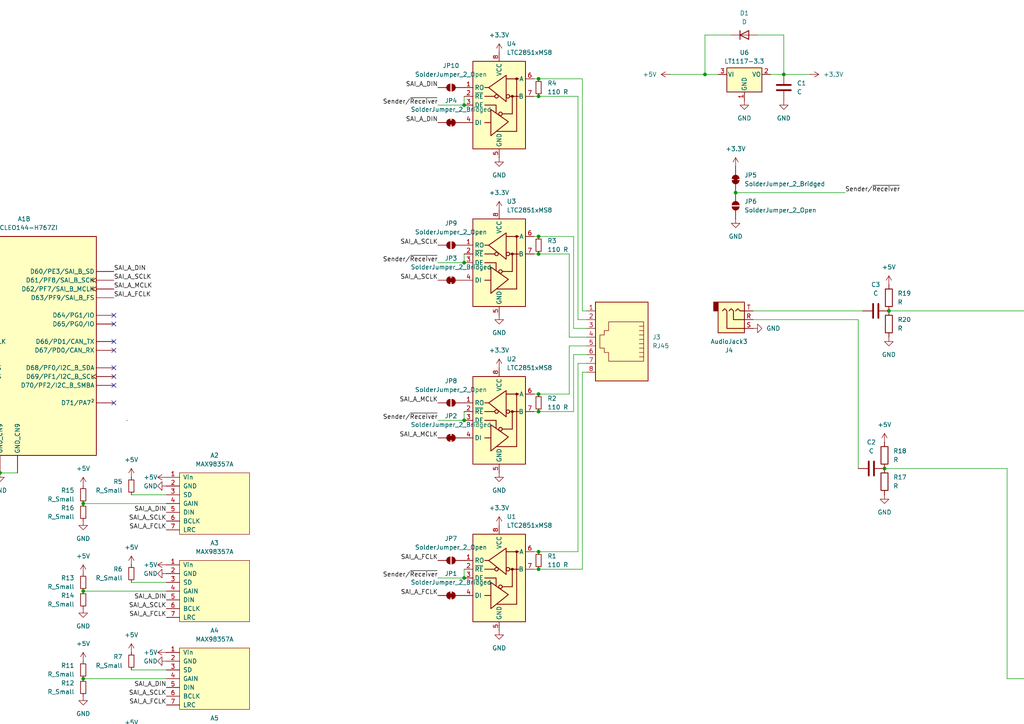
<source format=kicad_sch>
(kicad_sch (version 20231120) (generator "eeschema") (generator_version "8.0")
  (paper "A4")
  (junction (at 156.21 22.86))
  (junction (at 204.47 21.59))
  (junction (at 344.17 237.49))
  (junction (at -135.89 64.77))
  (junction (at 24.13 171.45))
  (junction (at 341.63 237.49))
  (junction (at 134.62 167.64))
  (junction (at 156.21 165.1))
  (junction (at 346.71 59.69))
  (junction (at 346.71 237.49))
  (junction (at 156.21 27.94))
  (junction (at 24.13 196.85))
  (junction (at 156.21 119.38))
  (junction (at 227.33 21.59))
  (junction (at 156.21 73.66))
  (junction (at 156.21 160.02))
  (junction (at 134.62 121.92))
  (junction (at 134.62 30.48))
  (junction (at 24.13 222.25))
  (junction (at 156.21 68.58))
  (junction (at 213.36 55.88))
  (junction (at 134.62 76.2))
  (junction (at 256.54 135.89))
  (junction (at -135.89 59.69))
  (junction (at 156.21 114.3))
  (junction (at 257.81 90.17))
  (junction (at 0 137.16))
  (junction (at 349.25 237.49))
  (junction (at 24.13 146.05))
  (no_connect (at 313.69 176.53))
  (no_connect (at 379.73 186.69))
  (no_connect (at -27.94 104.14))
  (no_connect (at 33.02 101.6))
  (no_connect (at -69.85 124.46))
  (no_connect (at 313.69 179.07))
  (no_connect (at -69.85 93.98))
  (no_connect (at 382.27 115.57))
  (no_connect (at 321.31 29.21))
  (no_connect (at 379.73 194.31))
  (no_connect (at -140.97 62.23))
  (no_connect (at 349.25 74.93))
  (no_connect (at -107.95 109.22))
  (no_connect (at 313.69 207.01))
  (no_connect (at 379.73 201.93))
  (no_connect (at 379.73 196.85))
  (no_connect (at 379.73 189.23))
  (no_connect (at -107.95 81.28))
  (no_connect (at 33.02 109.22))
  (no_connect (at 316.23 107.95))
  (no_connect (at 316.23 105.41))
  (no_connect (at 382.27 90.17))
  (no_connect (at 313.69 173.99))
  (no_connect (at 313.69 217.17))
  (no_connect (at 379.73 181.61))
  (no_connect (at -90.17 71.12))
  (no_connect (at 321.31 34.29))
  (no_connect (at 313.69 204.47))
  (no_connect (at -107.95 104.14))
  (no_connect (at 349.25 -3.81))
  (no_connect (at -27.94 78.74))
  (no_connect (at 321.31 31.75))
  (no_connect (at 346.71 151.13))
  (no_connect (at 33.02 116.84))
  (no_connect (at -27.94 81.28))
  (no_connect (at 382.27 110.49))
  (no_connect (at 379.73 176.53))
  (no_connect (at 382.27 118.11))
  (no_connect (at -107.95 99.06))
  (no_connect (at 313.69 166.37))
  (no_connect (at -69.85 101.6))
  (no_connect (at -69.85 81.28))
  (no_connect (at 321.31 41.91))
  (no_connect (at -92.71 71.12))
  (no_connect (at 379.73 191.77))
  (no_connect (at 313.69 181.61))
  (no_connect (at 316.23 102.87))
  (no_connect (at 382.27 95.25))
  (no_connect (at 313.69 168.91))
  (no_connect (at -125.73 109.22))
  (no_connect (at 313.69 214.63))
  (no_connect (at -69.85 111.76))
  (no_connect (at -107.95 111.76))
  (no_connect (at -69.85 99.06))
  (no_connect (at 382.27 92.71))
  (no_connect (at -107.95 101.6))
  (no_connect (at -27.94 99.06))
  (no_connect (at 313.69 209.55))
  (no_connect (at 321.31 39.37))
  (no_connect (at -87.63 71.12))
  (no_connect (at 321.31 13.97))
  (no_connect (at 321.31 11.43))
  (no_connect (at 313.69 199.39))
  (no_connect (at 316.23 113.03))
  (no_connect (at 316.23 100.33))
  (no_connect (at -27.94 101.6))
  (no_connect (at -69.85 96.52))
  (no_connect (at -69.85 129.54))
  (no_connect (at -107.95 93.98))
  (no_connect (at 382.27 105.41))
  (no_connect (at 33.02 93.98))
  (no_connect (at 313.69 212.09))
  (no_connect (at 33.02 111.76))
  (no_connect (at 379.73 166.37))
  (no_connect (at -27.94 109.22))
  (no_connect (at 382.27 102.87))
  (no_connect (at -107.95 96.52))
  (no_connect (at 316.23 92.71))
  (no_connect (at 313.69 171.45))
  (no_connect (at -27.94 88.9))
  (no_connect (at -107.95 124.46))
  (no_connect (at 33.02 99.06))
  (no_connect (at -107.95 129.54))
  (no_connect (at -69.85 104.14))
  (no_connect (at 344.17 -3.81))
  (no_connect (at 321.31 26.67))
  (no_connect (at 316.23 110.49))
  (no_connect (at -69.85 109.22))
  (no_connect (at -107.95 127))
  (no_connect (at 316.23 90.17))
  (no_connect (at -27.94 83.82))
  (no_connect (at 313.69 189.23))
  (no_connect (at -69.85 88.9))
  (no_connect (at -27.94 106.68))
  (no_connect (at 321.31 21.59))
  (no_connect (at 379.73 171.45))
  (no_connect (at -27.94 86.36))
  (no_connect (at -69.85 91.44))
  (no_connect (at 33.02 91.44))
  (no_connect (at 316.23 97.79))
  (no_connect (at 321.31 24.13))
  (no_connect (at -69.85 106.68))
  (no_connect (at 382.27 113.03))
  (no_connect (at -107.95 106.68))
  (no_connect (at -85.09 71.12))
  (no_connect (at 33.02 106.68))
  (no_connect (at 379.73 168.91))
  (no_connect (at -69.85 127))
  (no_connect (at -27.94 91.44))
  (wire (pts (xy 154.94 119.38) (xy 156.21 119.38)))
  (wire (pts (xy 167.64 92.71) (xy 170.18 92.71)))
  (wire (pts (xy 256.54 135.89) (xy 292.1 135.89)))
  (wire (pts (xy 154.94 114.3) (xy 156.21 114.3)))
  (wire (pts (xy 299.72 90.17) (xy 299.72 194.31)))
  (wire (pts (xy 154.94 73.66) (xy 156.21 73.66)))
  (wire (pts (xy 154.94 22.86) (xy 156.21 22.86)))
  (wire (pts (xy 167.64 27.94) (xy 167.64 92.71)))
  (wire (pts (xy 165.1 73.66) (xy 165.1 97.79)))
  (wire (pts (xy 165.1 97.79) (xy 170.18 97.79)))
  (wire (pts (xy 154.94 68.58) (xy 156.21 68.58)))
  (wire (pts (xy -135.89 59.69) (xy -140.97 59.69)))
  (wire (pts (xy -135.89 64.77) (xy -140.97 64.77)))
  (wire (pts (xy 204.47 21.59) (xy 208.28 21.59)))
  (wire (pts (xy 168.91 22.86) (xy 168.91 90.17)))
  (wire (pts (xy 299.72 194.31) (xy 313.69 194.31)))
  (wire (pts (xy -125.73 114.3) (xy -107.95 114.3)))
  (wire (pts (xy 168.91 107.95) (xy 170.18 107.95)))
  (wire (pts (xy 154.94 165.1) (xy 156.21 165.1)))
  (wire (pts (xy 245.11 55.88) (xy 213.36 55.88)))
  (wire (pts (xy 156.21 68.58) (xy 166.37 68.58)))
  (wire (pts (xy 166.37 102.87) (xy 170.18 102.87)))
  (wire (pts (xy 127 167.64) (xy 134.62 167.64)))
  (wire (pts (xy 134.62 73.66) (xy 134.62 76.2)))
  (wire (pts (xy 257.81 90.17) (xy 299.72 90.17)))
  (wire (pts (xy 227.33 10.16) (xy 227.33 21.59)))
  (wire (pts (xy -69.85 121.92) (xy -27.94 121.92)))
  (wire (pts (xy 166.37 68.58) (xy 166.37 95.25)))
  (wire (pts (xy -125.73 119.38) (xy -107.95 119.38)))
  (wire (pts (xy 167.64 105.41) (xy 170.18 105.41)))
  (wire (pts (xy 212.09 10.16) (xy 204.47 10.16)))
  (wire (pts (xy 168.91 90.17) (xy 170.18 90.17)))
  (wire (pts (xy -69.85 116.84) (xy -27.94 116.84)))
  (wire (pts (xy 344.17 237.49) (xy 346.71 237.49)))
  (wire (pts (xy -69.85 114.3) (xy -27.94 114.3)))
  (wire (pts (xy 38.1 168.91) (xy 48.26 168.91)))
  (wire (pts (xy 156.21 22.86) (xy 168.91 22.86)))
  (wire (pts (xy 218.44 92.71) (xy 248.92 92.71)))
  (wire (pts (xy -69.85 119.38) (xy -27.94 119.38)))
  (wire (pts (xy 166.37 95.25) (xy 170.18 95.25)))
  (wire (pts (xy 156.21 27.94) (xy 167.64 27.94)))
  (wire (pts (xy 156.21 165.1) (xy 168.91 165.1)))
  (wire (pts (xy 167.64 160.02) (xy 167.64 105.41)))
  (wire (pts (xy 156.21 73.66) (xy 165.1 73.66)))
  (wire (pts (xy 156.21 119.38) (xy 166.37 119.38)))
  (wire (pts (xy 24.13 222.25) (xy 48.26 222.25)))
  (wire (pts (xy 346.71 237.49) (xy 349.25 237.49)))
  (wire (pts (xy 0 137.16) (xy 5.08 137.16)))
  (wire (pts (xy 248.92 92.71) (xy 248.92 135.89)))
  (wire (pts (xy 127 121.92) (xy 134.62 121.92)))
  (wire (pts (xy 227.33 21.59) (xy 223.52 21.59)))
  (wire (pts (xy 234.95 21.59) (xy 227.33 21.59)))
  (wire (pts (xy 38.1 143.51) (xy 48.26 143.51)))
  (wire (pts (xy 165.1 114.3) (xy 165.1 100.33)))
  (wire (pts (xy 165.1 100.33) (xy 170.18 100.33)))
  (wire (pts (xy 127 30.48) (xy 134.62 30.48)))
  (wire (pts (xy 168.91 165.1) (xy 168.91 107.95)))
  (wire (pts (xy -125.73 116.84) (xy -107.95 116.84)))
  (wire (pts (xy 194.31 21.59) (xy 204.47 21.59)))
  (wire (pts (xy 292.1 135.89) (xy 292.1 196.85)))
  (wire (pts (xy 204.47 10.16) (xy 204.47 21.59)))
  (wire (pts (xy 134.62 119.38) (xy 134.62 121.92)))
  (wire (pts (xy 156.21 114.3) (xy 165.1 114.3)))
  (wire (pts (xy 349.25 237.49) (xy 354.33 237.49)))
  (wire (pts (xy 134.62 165.1) (xy 134.62 167.64)))
  (wire (pts (xy -125.73 121.92) (xy -107.95 121.92)))
  (wire (pts (xy 134.62 27.94) (xy 134.62 30.48)))
  (wire (pts (xy 38.1 194.31) (xy 48.26 194.31)))
  (wire (pts (xy 292.1 196.85) (xy 313.69 196.85)))
  (wire (pts (xy 341.63 237.49) (xy 344.17 237.49)))
  (wire (pts (xy 346.71 59.69) (xy 349.25 59.69)))
  (wire (pts (xy 154.94 27.94) (xy 156.21 27.94)))
  (wire (pts (xy 127 76.2) (xy 134.62 76.2)))
  (wire (pts (xy 24.13 146.05) (xy 48.26 146.05)))
  (wire (pts (xy -125.73 111.76) (xy -121.92 111.76)))
  (wire (pts (xy 154.94 160.02) (xy 156.21 160.02)))
  (wire (pts (xy 24.13 196.85) (xy 48.26 196.85)))
  (wire (pts (xy 156.21 160.02) (xy 167.64 160.02)))
  (wire (pts (xy 218.44 90.17) (xy 250.19 90.17)))
  (wire (pts (xy 24.13 171.45) (xy 48.26 171.45)))
  (wire (pts (xy 219.71 10.16) (xy 227.33 10.16)))
  (wire (pts (xy 38.1 219.71) (xy 48.26 219.71)))
  (wire (pts (xy 166.37 119.38) (xy 166.37 102.87)))
  (label "Sender{slash}~{Receiver}" (at 127 30.48 180))
  (label "SAI_A_MCLK" (at 127 127 180))
  (label "SAI_A_DIN" (at 127 35.56 180))
  (label "SAI_A_DIN" (at 48.26 199.39 180))
  (label "SAI_A_FCLK" (at 127 162.56 180))
  (label "Sender{slash}~{Receiver}" (at 245.11 55.88 0))
  (label "SAI_A_MCLK" (at -27.94 114.3 180))
  (label "SAI_A_SCLK" (at 48.26 201.93 180))
  (label "Sender{slash}~{Receiver}" (at 127 121.92 180))
  (label "SAI_A_DIN" (at 48.26 173.99 180))
  (label "SAI_A_FCLK" (at 48.26 153.67 180))
  (label "SAI_A_SCLK" (at 33.02 81.28 0))
  (label "SAI_A_FCLK" (at 48.26 229.87 180))
  (label "SAI_A_SCLK" (at 48.26 176.53 180))
  (label "SAI_A_SCLK" (at 48.26 151.13 180))
  (label "SAI_A_MCLK" (at 127 116.84 180))
  (label "SAI_A_DIN" (at 33.02 78.74 0))
  (label "Sender{slash}~{Receiver}" (at 127 76.2 180))
  (label "SAI_A_FCLK" (at 127 172.72 180))
  (label "Sender{slash}~{Receiver}" (at 127 167.64 180))
  (label "SAI_A_MCLK" (at 33.02 83.82 0))
  (label "SAI_A_DIN" (at 48.26 148.59 180))
  (label "SAI_A_SCLK" (at 127 71.12 180))
  (label "SAI_A_SCLK" (at 127 81.28 180))
  (label "SAI_A_FCLK" (at 48.26 204.47 180))
  (label "SAI_A_SCLK" (at -27.94 119.38 180))
  (label "SAI_A_SCLK" (at 48.26 227.33 180))
  (label "SAI_A_DIN" (at 48.26 224.79 180))
  (label "SAI_A_DIN" (at 127 25.4 180))
  (label "SAI_A_FCLK" (at -27.94 116.84 180))
  (label "SAI_A_FCLK" (at 33.02 86.36 0))
  (label "SAI_A_DOUT" (at -27.94 121.92 180))
  (label "SAI_A_FCLK" (at 48.26 179.07 180))
  (symbol (lib_id "Device:R_Small") (at 38.1 191.77 0) (unit 1)
    (property "Reference" "R7" (at 35.56 190.4999 0) (effects (justify right)))
    (property "Value" "R_Small" (at 35.56 193.0399 0) (effects (justify right)))
    (property "Footprint" "Resistor_SMD:R_0603_1608Metric" (effects (hide yes)))
    (property "Description" "Resistor, small symbol" (effects (hide yes)))
  )
  (symbol (lib_id "Regulator_Linear:LT1117-3.3") (at 215.9 21.59 0) (unit 1)
    (property "Reference" "U6" (at 215.9 15.24 0))
    (property "Value" "LT1117-3.3" (at 215.9 17.78 0))
    (property "Footprint" "Package_TO_SOT_SMD:SOT-223-3_TabPin2" (effects (hide yes)))
    (property "Datasheet" "https://www.analog.com/media/en/technical-documentation/data-sheets/1117fd.pdf" (effects (hide yes)))
    (property "Description" "800mA Low-Dropout Linear Regulator, 3.3V fixed output, SOT-223/TO-263" (effects (hide yes)))
  )
  (symbol (lib_id "Mechanical:MountingHole_Pad") (at 401.32 -48.26 0) (unit 1) (exclude_from_sim yes) (in_bom no)
    (property "Reference" "H3" (at 403.86 -50.8001 0) (effects (justify left)))
    (property "Value" "MountingHole_Pad" (at 403.86 -48.2601 0) (effects (justify left)))
    (property "Footprint" "MountingHole:MountingHole_3.2mm_M3_Pad_Via" (effects (hide yes)))
    (property "Description" "Mounting Hole with connection" (effects (hide yes)))
  )
  (symbol (lib_id "Device:D") (at 215.9 10.16 0) (unit 1)
    (property "Reference" "D1" (at 215.9 3.81 0))
    (property "Value" "D" (at 215.9 6.35 0))
    (property "Footprint" "Diode_SMD:D_0805_2012Metric" (effects (hide yes)))
    (property "Description" "Diode" (effects (hide yes)))
    (property "Sim.Device" "D" (effects (hide yes)))
    (property "Sim.Pins" "1=K 2=A" (effects (hide yes)))
  )
  (symbol (lib_id "crossover:PCM2706C_Module") (at -130.81 114.3 0) (unit 1)
    (property "Reference" "J2" (at -139.7 102.87 0))
    (property "Value" "PCM2706C" (at -139.7 105.41 0))
    (property "Footprint" "crossover:PCM2706C_Module" (effects (hide yes)))
    (property "Description" "Generic connector, single row, 01x06, script generated" (effects (hide yes)))
  )
  (symbol (lib_id "power:+3.3V") (at 213.36 48.26 0) (unit 1)
    (property "Reference" "#PWR030" (effects (hide yes)))
    (property "Value" "+3.3V" (at 213.36 43.18 0))
    (property "Description" "Power symbol creates a global label with name \"+3.3V\"" (effects (hide yes)))
  )
  (symbol (lib_id "power:+3.3V") (at 144.78 15.24 0) (unit 1)
    (property "Reference" "#PWR020" (effects (hide yes)))
    (property "Value" "+3.3V" (at 144.78 10.16 0))
    (property "Description" "Power symbol creates a global label with name \"+3.3V\"" (effects (hide yes)))
  )
  (symbol (lib_id "power:+3.3V") (at 144.78 106.68 0) (unit 1)
    (property "Reference" "#PWR017" (effects (hide yes)))
    (property "Value" "+3.3V" (at 144.78 101.6 0))
    (property "Description" "Power symbol creates a global label with name \"+3.3V\"" (effects (hide yes)))
  )
  (symbol (lib_id "power:GND") (at 227.33 29.21 0) (unit 1)
    (property "Reference" "#PWR037" (effects (hide yes)))
    (property "Value" "GND" (at 227.33 34.29 0))
    (property "Description" "Power symbol creates a global label with name \"GND\" , ground" (effects (hide yes)))
  )
  (symbol (lib_id "Mechanical:MountingHole_Pad") (at 401.32 -78.74 0) (unit 1) (exclude_from_sim yes) (in_bom no)
    (property "Reference" "H1" (at 403.86 -81.2801 0) (effects (justify left)))
    (property "Value" "MountingHole_Pad" (at 403.86 -78.7401 0) (effects (justify left)))
    (property "Footprint" "MountingHole:MountingHole_3.2mm_M3_Pad_Via" (effects (hide yes)))
    (property "Description" "Mounting Hole with connection" (effects (hide yes)))
  )
  (symbol (lib_id "power:+5V") (at 24.13 217.17 0) (unit 1)
    (property "Reference" "#PWR041" (effects (hide yes)))
    (property "Value" "+5V" (at 24.13 212.09 0))
    (property "Description" "Power symbol creates a global label with name \"+5V\"" (effects (hide yes)))
  )
  (symbol (lib_id "power:+5V") (at 256.54 128.27 0) (unit 1)
    (property "Reference" "#PWR057" (effects (hide yes)))
    (property "Value" "+5V" (at 256.54 123.19 0))
    (property "Description" "Power symbol creates a global label with name \"+5V\"" (effects (hide yes)))
  )
  (symbol (lib_id "power:GND") (at 24.13 201.93 0) (unit 1)
    (property "Reference" "#PWR044" (effects (hide yes)))
    (property "Value" "GND" (at 24.13 207.01 0))
    (property "Description" "Power symbol creates a global label with name \"GND\" , ground" (effects (hide yes)))
  )
  (symbol (lib_id "power:GND") (at 48.26 140.97 270) (unit 1)
    (property "Reference" "#PWR025" (effects (hide yes)))
    (property "Value" "GND" (at 45.72 140.9699 90) (effects (justify right)))
    (property "Description" "Power symbol creates a global label with name \"GND\" , ground" (effects (hide yes)))
  )
  (symbol (lib_id "power:GND") (at 349.25 135.89 0) (unit 1)
    (property "Reference" "#PWR03" (effects (hide yes)))
    (property "Value" "GND" (at 349.25 140.97 0))
    (property "Description" "Power symbol creates a global label with name \"GND\" , ground" (effects (hide yes)))
  )
  (symbol (lib_id "Interface_UART:LTC2850xMS8") (at 144.78 30.48 0) (unit 1)
    (property "Reference" "U4" (at 146.9741 12.7 0) (effects (justify left)))
    (property "Value" "LTC2851xMS8" (at 146.9741 15.24 0) (effects (justify left)))
    (property "Footprint" "Package_SO:MSOP-8_3x3mm_P0.65mm" (effects (hide yes)))
    (property "Datasheet" "https://www.analog.com/media/en/technical-documentation/data-sheets/285012fe.pdf" (effects (hide yes)))
    (property "Description" "RS-485, RS-422 Half duplex 20Mbps transceiver, MSOP-8" (effects (hide yes)))
  )
  (symbol (lib_id "power:PWR_FLAG") (at -135.89 59.69 270) (unit 1)
    (property "Reference" "#FLG02" (effects (hide yes)))
    (property "Value" "PWR_FLAG" (at -132.08 59.6899 90) (effects (justify left)))
    (property "Description" "Special symbol for telling ERC where power comes from" (effects (hide yes)))
  )
  (symbol (lib_id "Device:R_Small") (at 156.21 25.4 0) (unit 1)
    (property "Reference" "R4" (at 158.75 24.1299 0) (effects (justify left)))
    (property "Value" "110 R" (at 158.75 26.6699 0) (effects (justify left)))
    (property "Footprint" "Resistor_SMD:R_0603_1608Metric" (effects (hide yes)))
    (property "Description" "Resistor, small symbol" (effects (hide yes)))
  )
  (symbol (lib_id "power:+5V") (at 38.1 214.63 0) (unit 1)
    (property "Reference" "#PWR040" (effects (hide yes)))
    (property "Value" "+5V" (at 38.1 209.55 0))
    (property "Description" "Power symbol creates a global label with name \"+5V\"" (effects (hide yes)))
  )
  (symbol (lib_id "Device:R_Small") (at 24.13 168.91 0) (unit 1)
    (property "Reference" "R13" (at 21.59 167.6399 0) (effects (justify right)))
    (property "Value" "R_Small" (at 21.59 170.1799 0) (effects (justify right)))
    (property "Footprint" "Resistor_SMD:R_0603_1608Metric" (effects (hide yes)))
    (property "Description" "Resistor, small symbol" (effects (hide yes)))
  )
  (symbol (lib_id "power:GND") (at 48.26 166.37 270) (unit 1)
    (property "Reference" "#PWR027" (effects (hide yes)))
    (property "Value" "GND" (at 45.72 166.3699 90) (effects (justify right)))
    (property "Description" "Power symbol creates a global label with name \"GND\" , ground" (effects (hide yes)))
  )
  (symbol (lib_id "power:GND") (at 401.32 -45.72 0) (unit 1)
    (property "Reference" "#PWR051" (effects (hide yes)))
    (property "Value" "GND" (at 401.32 -39.37 0))
    (property "Description" "Power symbol creates a global label with name \"GND\" , ground" (effects (hide yes)))
  )
  (symbol (lib_id "power:GND") (at 144.78 182.88 0) (unit 1)
    (property "Reference" "#PWR014" (effects (hide yes)))
    (property "Value" "GND" (at 144.78 187.96 0))
    (property "Description" "Power symbol creates a global label with name \"GND\" , ground" (effects (hide yes)))
  )
  (symbol (lib_id "Device:R_Small") (at 24.13 143.51 0) (unit 1)
    (property "Reference" "R15" (at 21.59 142.2399 0) (effects (justify right)))
    (property "Value" "R_Small" (at 21.59 144.7799 0) (effects (justify right)))
    (property "Footprint" "Resistor_SMD:R_0603_1608Metric" (effects (hide yes)))
    (property "Description" "Resistor, small symbol" (effects (hide yes)))
  )
  (symbol (lib_id "Device:C") (at 252.73 135.89 90) (unit 1)
    (property "Reference" "C2" (at 252.73 128.27 90))
    (property "Value" "C" (at 252.73 130.81 90))
    (property "Footprint" "Capacitor_SMD:C_0603_1608Metric" (effects (hide yes)))
    (property "Description" "Unpolarized capacitor" (effects (hide yes)))
  )
  (symbol (lib_id "power:GND") (at -69.85 86.36 90) (unit 1)
    (property "Reference" "#PWR022" (effects (hide yes)))
    (property "Value" "GND" (at -64.77 86.3599 90) (effects (justify right)))
    (property "Description" "Power symbol creates a global label with name \"GND\" , ground" (effects (hide yes)))
  )
  (symbol (lib_id "Interface_UART:LTC2850xMS8") (at 144.78 76.2 0) (unit 1)
    (property "Reference" "U3" (at 146.9741 58.42 0) (effects (justify left)))
    (property "Value" "LTC2851xMS8" (at 146.9741 60.96 0) (effects (justify left)))
    (property "Footprint" "Package_SO:MSOP-8_3x3mm_P0.65mm" (effects (hide yes)))
    (property "Datasheet" "https://www.analog.com/media/en/technical-documentation/data-sheets/285012fe.pdf" (effects (hide yes)))
    (property "Description" "RS-485, RS-422 Half duplex 20Mbps transceiver, MSOP-8" (effects (hide yes)))
  )
  (symbol (lib_id "Jumper:SolderJumper_2_Bridged") (at 130.81 81.28 0) (unit 1) (exclude_from_sim yes) (in_bom no)
    (property "Reference" "JP3" (at 130.81 74.93 0))
    (property "Value" "SolderJumper_2_Bridged" (at 130.81 77.47 0))
    (property "Footprint" "Jumper:SolderJumper-2_P1.3mm_Bridged_Pad1.0x1.5mm" (effects (hide yes)))
    (property "Description" "Solder Jumper, 2-pole, closed/bridged" (effects (hide yes)))
  )
  (symbol (lib_id "power:GND") (at 401.32 -76.2 0) (unit 1)
    (property "Reference" "#PWR049" (effects (hide yes)))
    (property "Value" "GND" (at 401.32 -69.85 0))
    (property "Description" "Power symbol creates a global label with name \"GND\" , ground" (effects (hide yes)))
  )
  (symbol (lib_id "Device:R_Small") (at 38.1 140.97 0) (unit 1)
    (property "Reference" "R5" (at 35.56 139.6999 0) (effects (justify right)))
    (property "Value" "R_Small" (at 35.56 142.2399 0) (effects (justify right)))
    (property "Footprint" "Resistor_SMD:R_0603_1608Metric" (effects (hide yes)))
    (property "Description" "Resistor, small symbol" (effects (hide yes)))
  )
  (symbol (lib_id "power:+5V") (at 48.26 163.83 90) (unit 1)
    (property "Reference" "#PWR026" (effects (hide yes)))
    (property "Value" "+5V" (at 45.72 163.8299 90) (effects (justify left)))
    (property "Description" "Power symbol creates a global label with name \"+5V\"" (effects (hide yes)))
  )
  (symbol (lib_id "power:GND") (at 257.81 97.79 0) (unit 1)
    (property "Reference" "#PWR055" (effects (hide yes)))
    (property "Value" "GND" (at 257.81 102.87 0))
    (property "Description" "Power symbol creates a global label with name \"GND\" , ground" (effects (hide yes)))
  )
  (symbol (lib_id "power:GND") (at 144.78 137.16 0) (unit 1)
    (property "Reference" "#PWR015" (effects (hide yes)))
    (property "Value" "GND" (at 144.78 142.24 0))
    (property "Description" "Power symbol creates a global label with name \"GND\" , ground" (effects (hide yes)))
  )
  (symbol (lib_id "power:GND") (at 256.54 143.51 0) (unit 1)
    (property "Reference" "#PWR054" (effects (hide yes)))
    (property "Value" "GND" (at 256.54 148.59 0))
    (property "Description" "Power symbol creates a global label with name \"GND\" , ground" (effects (hide yes)))
  )
  (symbol (lib_id "power:+3.3V") (at 144.78 60.96 0) (unit 1)
    (property "Reference" "#PWR018" (effects (hide yes)))
    (property "Value" "+3.3V" (at 144.78 55.88 0))
    (property "Description" "Power symbol creates a global label with name \"+3.3V\"" (effects (hide yes)))
  )
  (symbol (lib_id "Jumper:SolderJumper_2_Open") (at 130.81 25.4 0) (unit 1) (exclude_from_sim yes) (in_bom no)
    (property "Reference" "JP10" (at 130.81 19.05 0))
    (property "Value" "SolderJumper_2_Open" (at 130.81 21.59 0))
    (property "Footprint" "Jumper:SolderJumper-2_P1.3mm_Open_TrianglePad1.0x1.5mm" (effects (hide yes)))
    (property "Description" "Solder Jumper, 2-pole, open" (effects (hide yes)))
  )
  (symbol (lib_id "Mechanical:MountingHole_Pad") (at 401.32 -33.02 0) (unit 1) (exclude_from_sim yes) (in_bom no)
    (property "Reference" "H4" (at 403.86 -35.5601 0) (effects (justify left)))
    (property "Value" "MountingHole_Pad" (at 403.86 -33.0201 0) (effects (justify left)))
    (property "Footprint" "MountingHole:MountingHole_3.2mm_M3_Pad_Via" (effects (hide yes)))
    (property "Description" "Mounting Hole with connection" (effects (hide yes)))
  )
  (symbol (lib_id "Connector:RJ45") (at 180.34 97.79 180) (unit 1)
    (property "Reference" "J3" (at 189.23 97.7899 0) (effects (justify right)))
    (property "Value" "RJ45" (at 189.23 100.3299 0) (effects (justify right)))
    (property "Footprint" "Connector_RJ:RJ45_Amphenol_54602-x08_Horizontal" (effects (hide yes)))
    (property "Description" "RJ connector, 8P8C (8 positions 8 connected)" (effects (hide yes)))
  )
  (symbol (lib_id "Jumper:SolderJumper_2_Open") (at 130.81 116.84 0) (unit 1) (exclude_from_sim yes) (in_bom no)
    (property "Reference" "JP8" (at 130.81 110.49 0))
    (property "Value" "SolderJumper_2_Open" (at 130.81 113.03 0))
    (property "Footprint" "Jumper:SolderJumper-2_P1.3mm_Open_TrianglePad1.0x1.5mm" (effects (hide yes)))
    (property "Description" "Solder Jumper, 2-pole, open" (effects (hide yes)))
  )
  (symbol (lib_id "power:GND") (at 341.63 237.49 0) (unit 1)
    (property "Reference" "#PWR04" (effects (hide yes)))
    (property "Value" "GND" (at 341.63 242.57 0))
    (property "Description" "Power symbol creates a global label with name \"GND\" , ground" (effects (hide yes)))
  )
  (symbol (lib_id "power:PWR_FLAG") (at -135.89 64.77 270) (unit 1)
    (property "Reference" "#FLG03" (effects (hide yes)))
    (property "Value" "PWR_FLAG" (at -130.81 64.7699 90) (effects (justify left)))
    (property "Description" "Special symbol for telling ERC where power comes from" (effects (hide yes)))
  )
  (symbol (lib_id "Jumper:SolderJumper_2_Open") (at 213.36 59.69 90) (unit 1) (exclude_from_sim yes) (in_bom no)
    (property "Reference" "JP6" (at 215.9 58.4199 90) (effects (justify right)))
    (property "Value" "SolderJumper_2_Open" (at 215.9 60.9599 90) (effects (justify right)))
    (property "Footprint" "Jumper:SolderJumper-2_P1.3mm_Open_TrianglePad1.0x1.5mm" (effects (hide yes)))
    (property "Description" "Solder Jumper, 2-pole, open" (effects (hide yes)))
  )
  (symbol (lib_id "Jumper:SolderJumper_2_Bridged") (at 130.81 35.56 0) (unit 1) (exclude_from_sim yes) (in_bom no)
    (property "Reference" "JP4" (at 130.81 29.21 0))
    (property "Value" "SolderJumper_2_Bridged" (at 130.81 31.75 0))
    (property "Footprint" "Jumper:SolderJumper-2_P1.3mm_Bridged_Pad1.0x1.5mm" (effects (hide yes)))
    (property "Description" "Solder Jumper, 2-pole, closed/bridged" (effects (hide yes)))
  )
  (symbol (lib_id "power:+5V") (at -107.95 83.82 90) (unit 1)
    (property "Reference" "#PWR06" (effects (hide yes)))
    (property "Value" "+5V" (at -110.49 83.8199 90) (effects (justify left)))
    (property "Description" "Power symbol creates a global label with name \"+5V\"" (effects (hide yes)))
  )
  (symbol (lib_id "crossover:NUCLEO144-H767ZI") (at 349.25 105.41 0) (unit 3)
    (property "Reference" "A1" (at 351.4441 74.93 0) (effects (justify left)))
    (property "Value" "NUCLEO144-H767ZI" (at 351.4441 77.47 0) (effects (justify left)))
    (property "Footprint" "crossover:ST_Zio_Connectors_144_STLink" (effects (hide yes)))
  )
  (symbol (lib_id "Connector:Barrel_Jack_Switch") (at -148.59 62.23 0) (unit 1)
    (property "Reference" "J1" (at -148.59 53.34 0))
    (property "Value" "Barrel_Jack_Switch" (at -148.59 55.88 0))
    (property "Footprint" "Connector_BarrelJack:BarrelJack_Wuerth_6941xx301002" (effects (hide yes)))
    (property "Description" "DC Barrel Jack with an internal switch" (effects (hide yes)))
  )
  (symbol (lib_id "power:+5V") (at 48.26 189.23 90) (unit 1)
    (property "Reference" "#PWR028" (effects (hide yes)))
    (property "Value" "+5V" (at 45.72 189.2299 90) (effects (justify left)))
    (property "Description" "Power symbol creates a global label with name \"+5V\"" (effects (hide yes)))
  )
  (symbol (lib_id "Device:R_Small") (at 24.13 224.79 0) (unit 1)
    (property "Reference" "R10" (at 21.59 223.5199 0) (effects (justify right)))
    (property "Value" "R_Small" (at 21.59 226.0599 0) (effects (justify right)))
    (property "Footprint" "Resistor_SMD:R_0603_1608Metric" (effects (hide yes)))
    (property "Description" "Resistor, small symbol" (effects (hide yes)))
  )
  (symbol (lib_id "Device:R_Small") (at 24.13 219.71 0) (unit 1)
    (property "Reference" "R9" (at 21.59 218.4399 0) (effects (justify right)))
    (property "Value" "R_Small" (at 21.59 220.9799 0) (effects (justify right)))
    (property "Footprint" "Resistor_SMD:R_0603_1608Metric" (effects (hide yes)))
    (property "Description" "Resistor, small symbol" (effects (hide yes)))
  )
  (symbol (lib_id "power:GND") (at -107.95 88.9 270) (unit 1)
    (property "Reference" "#PWR08" (effects (hide yes)))
    (property "Value" "GND" (at -110.49 88.8999 90) (effects (justify right)))
    (property "Description" "Power symbol creates a global label with name \"GND\" , ground" (effects (hide yes)))
  )
  (symbol (lib_id "power:+5V") (at 38.1 163.83 0) (unit 1)
    (property "Reference" "#PWR038" (effects (hide yes)))
    (property "Value" "+5V" (at 38.1 158.75 0))
    (property "Description" "Power symbol creates a global label with name \"+5V\"" (effects (hide yes)))
  )
  (symbol (lib_id "power:GND") (at 144.78 91.44 0) (unit 1)
    (property "Reference" "#PWR019" (effects (hide yes)))
    (property "Value" "GND" (at 144.78 96.52 0))
    (property "Description" "Power symbol creates a global label with name \"GND\" , ground" (effects (hide yes)))
  )
  (symbol (lib_id "Jumper:SolderJumper_2_Bridged") (at 213.36 52.07 90) (unit 1) (exclude_from_sim yes) (in_bom no)
    (property "Reference" "JP5" (at 215.9 50.7999 90) (effects (justify right)))
    (property "Value" "SolderJumper_2_Bridged" (at 215.9 53.3399 90) (effects (justify right)))
    (property "Footprint" "Jumper:SolderJumper-2_P1.3mm_Bridged_Pad1.0x1.5mm" (effects (hide yes)))
    (property "Description" "Solder Jumper, 2-pole, closed/bridged" (effects (hide yes)))
  )
  (symbol (lib_id "Jumper:SolderJumper_2_Bridged") (at 130.81 127 0) (unit 1) (exclude_from_sim yes) (in_bom no)
    (property "Reference" "JP2" (at 130.81 120.65 0))
    (property "Value" "SolderJumper_2_Bridged" (at 130.81 123.19 0))
    (property "Footprint" "Jumper:SolderJumper-2_P1.3mm_Bridged_Pad1.0x1.5mm" (effects (hide yes)))
    (property "Description" "Solder Jumper, 2-pole, closed/bridged" (effects (hide yes)))
  )
  (symbol (lib_id "power:GND") (at -69.85 83.82 90) (unit 1)
    (property "Reference" "#PWR010" (effects (hide yes)))
    (property "Value" "GND" (at -64.77 83.8199 90) (effects (justify right)))
    (property "Description" "Power symbol creates a global label with name \"GND\" , ground" (effects (hide yes)))
  )
  (symbol (lib_id "power:GND") (at 0 137.16 0) (unit 1)
    (property "Reference" "#PWR02" (effects (hide yes)))
    (property "Value" "GND" (at 0 142.24 0))
    (property "Description" "Power symbol creates a global label with name \"GND\" , ground" (effects (hide yes)))
  )
  (symbol (lib_id "crossover:MAX98357A_Module") (at 53.34 194.31 0) (mirror y) (unit 1)
    (property "Reference" "A4" (at 62.23 182.88 0))
    (property "Value" "MAX98357A" (at 62.23 185.42 0))
    (property "Footprint" "crossover:Adafruit MAX98357 Breakout" (effects (hide yes)))
    (property "Description" "Adafruit I2S 3W Class D Amplifier Breakout - MAX98357A" (effects (hide yes)))
  )
  (symbol (lib_id "Device:R") (at 256.54 132.08 0) (unit 1)
    (property "Reference" "R18" (at 259.08 130.8099 0) (effects (justify left)))
    (property "Value" "R" (at 259.08 133.3499 0) (effects (justify left)))
    (property "Footprint" "Resistor_SMD:R_0603_1608Metric" (effects (hide yes)))
    (property "Description" "Resistor" (effects (hide yes)))
  )
  (symbol (lib_id "power:+5V") (at 48.26 138.43 90) (unit 1)
    (property "Reference" "#PWR024" (effects (hide yes)))
    (property "Value" "+5V" (at 45.72 138.4299 90) (effects (justify left)))
    (property "Description" "Power symbol creates a global label with name \"+5V\"" (effects (hide yes)))
  )
  (symbol (lib_id "Device:R_Small") (at 38.1 217.17 0) (unit 1)
    (property "Reference" "R8" (at 35.56 215.8999 0) (effects (justify right)))
    (property "Value" "R_Small" (at 35.56 218.4399 0) (effects (justify right)))
    (property "Footprint" "Resistor_SMD:R_0603_1608Metric" (effects (hide yes)))
    (property "Description" "Resistor, small symbol" (effects (hide yes)))
  )
  (symbol (lib_id "Device:C") (at 254 90.17 90) (unit 1)
    (property "Reference" "C3" (at 254 82.55 90))
    (property "Value" "C" (at 254 85.09 90))
    (property "Footprint" "Capacitor_SMD:C_0603_1608Metric" (effects (hide yes)))
    (property "Description" "Unpolarized capacitor" (effects (hide yes)))
  )
  (symbol (lib_id "crossover:MAX98357A_Module") (at 53.34 143.51 0) (mirror y) (unit 1)
    (property "Reference" "A2" (at 62.23 132.08 0))
    (property "Value" "MAX98357A" (at 62.23 134.62 0))
    (property "Footprint" "crossover:Adafruit MAX98357 Breakout" (effects (hide yes)))
    (property "Description" "Adafruit I2S 3W Class D Amplifier Breakout - MAX98357A" (effects (hide yes)))
  )
  (symbol (lib_id "Device:R_Small") (at 156.21 71.12 0) (unit 1)
    (property "Reference" "R3" (at 158.75 69.8499 0) (effects (justify left)))
    (property "Value" "110 R" (at 158.75 72.3899 0) (effects (justify left)))
    (property "Footprint" "Resistor_SMD:R_0603_1608Metric" (effects (hide yes)))
    (property "Description" "Resistor, small symbol" (effects (hide yes)))
  )
  (symbol (lib_id "Jumper:SolderJumper_2_Open") (at 130.81 71.12 0) (unit 1) (exclude_from_sim yes) (in_bom no)
    (property "Reference" "JP9" (at 130.81 64.77 0))
    (property "Value" "SolderJumper_2_Open" (at 130.81 67.31 0))
    (property "Footprint" "Jumper:SolderJumper-2_P1.3mm_Open_TrianglePad1.0x1.5mm" (effects (hide yes)))
    (property "Description" "Solder Jumper, 2-pole, open" (effects (hide yes)))
  )
  (symbol (lib_id "Device:R_Small") (at 156.21 116.84 0) (unit 1)
    (property "Reference" "R2" (at 158.75 115.5699 0) (effects (justify left)))
    (property "Value" "110 R" (at 158.75 118.1099 0) (effects (justify left)))
    (property "Footprint" "Resistor_SMD:R_0603_1608Metric" (effects (hide yes)))
    (property "Description" "Resistor, small symbol" (effects (hide yes)))
  )
  (symbol (lib_id "power:+5V") (at -135.89 59.69 0) (unit 1)
    (property "Reference" "#PWR012" (effects (hide yes)))
    (property "Value" "+5V" (at -135.89 54.61 0))
    (property "Description" "Power symbol creates a global label with name \"+5V\"" (effects (hide yes)))
  )
  (symbol (lib_id "power:GND") (at 213.36 63.5 0) (unit 1)
    (property "Reference" "#PWR031" (effects (hide yes)))
    (property "Value" "GND" (at 213.36 68.58 0))
    (property "Description" "Power symbol creates a global label with name \"GND\" , ground" (effects (hide yes)))
  )
  (symbol (lib_id "Interface_UART:LTC2850xMS8") (at 144.78 121.92 0) (unit 1)
    (property "Reference" "U2" (at 146.9741 104.14 0) (effects (justify left)))
    (property "Value" "LTC2851xMS8" (at 146.9741 106.68 0) (effects (justify left)))
    (property "Footprint" "Package_SO:MSOP-8_3x3mm_P0.65mm" (effects (hide yes)))
    (property "Datasheet" "https://www.analog.com/media/en/technical-documentation/data-sheets/285012fe.pdf" (effects (hide yes)))
    (property "Description" "RS-485, RS-422 Half duplex 20Mbps transceiver, MSOP-8" (effects (hide yes)))
  )
  (symbol (lib_id "power:+5V") (at -107.95 86.36 90) (unit 1)
    (property "Reference" "#PWR07" (effects (hide yes)))
    (property "Value" "+5V" (at -110.49 86.3599 90) (effects (justify left)))
    (property "Description" "Power symbol creates a global label with name \"+5V\"" (effects (hide yes)))
  )
  (symbol (lib_id "Device:R_Small") (at 38.1 166.37 0) (unit 1)
    (property "Reference" "R6" (at 35.56 165.0999 0) (effects (justify right)))
    (property "Value" "R_Small" (at 35.56 167.6399 0) (effects (justify right)))
    (property "Footprint" "Resistor_SMD:R_0603_1608Metric" (effects (hide yes)))
    (property "Description" "Resistor, small symbol" (effects (hide yes)))
  )
  (symbol (lib_id "crossover:NUCLEO144-H767ZI") (at 2.54 101.6 0) (unit 2)
    (property "Reference" "A1" (at 6.985 63.5 0))
    (property "Value" "NUCLEO144-H767ZI" (at 6.985 66.04 0))
    (property "Footprint" "crossover:ST_Zio_Connectors_144_STLink" (effects (hide yes)))
  )
  (symbol (lib_id "power:GND") (at 24.13 227.33 0) (unit 1)
    (property "Reference" "#PWR042" (effects (hide yes)))
    (property "Value" "GND" (at 24.13 232.41 0))
    (property "Description" "Power symbol creates a global label with name \"GND\" , ground" (effects (hide yes)))
  )
  (symbol (lib_id "power:GND") (at -121.92 111.76 90) (unit 1)
    (property "Reference" "#PWR013" (effects (hide yes)))
    (property "Value" "GND" (at -118.11 111.7599 90) (effects (justify right)))
    (property "Description" "Power symbol creates a global label with name \"GND\" , ground" (effects (hide yes)))
  )
  (symbol (lib_id "Jumper:SolderJumper_2_Open") (at 130.81 162.56 0) (unit 1) (exclude_from_sim yes) (in_bom no)
    (property "Reference" "JP7" (at 130.81 156.21 0))
    (property "Value" "SolderJumper_2_Open" (at 130.81 158.75 0))
    (property "Footprint" "Jumper:SolderJumper-2_P1.3mm_Open_TrianglePad1.0x1.5mm" (effects (hide yes)))
    (property "Description" "Solder Jumper, 2-pole, open" (effects (hide yes)))
  )
  (symbol (lib_id "power:GND") (at 218.44 95.25 90) (unit 1)
    (property "Reference" "#PWR053" (effects (hide yes)))
    (property "Value" "GND" (at 222.25 95.2499 90) (effects (justify right)))
    (property "Description" "Power symbol creates a global label with name \"GND\" , ground" (effects (hide yes)))
  )
  (symbol (lib_id "power:GND") (at 48.26 217.17 270) (unit 1)
    (property "Reference" "#PWR033" (effects (hide yes)))
    (property "Value" "GND" (at 45.72 217.1699 90) (effects (justify right)))
    (property "Description" "Power symbol creates a global label with name \"GND\" , ground" (effects (hide yes)))
  )
  (symbol (lib_id "Connector_Audio:AudioJack3") (at 213.36 92.71 0) (mirror x) (unit 1)
    (property "Reference" "J4" (at 211.455 101.6 0))
    (property "Value" "AudioJack3" (at 211.455 99.06 0))
    (property "Footprint" "Connector_Audio:Jack_3.5mm_CUI_SJ1-3533NG_Horizontal" (effects (hide yes)))
    (property "Description" "Audio Jack, 3 Poles (Stereo / TRS)" (effects (hide yes)))
  )
  (symbol (lib_id "power:+5V") (at 48.26 214.63 90) (unit 1)
    (property "Reference" "#PWR032" (effects (hide yes)))
    (property "Value" "+5V" (at 45.72 214.6299 90) (effects (justify left)))
    (property "Description" "Power symbol creates a global label with name \"+5V\"" (effects (hide yes)))
  )
  (symbol (lib_id "Device:R_Small") (at 24.13 148.59 0) (unit 1)
    (property "Reference" "R16" (at 21.59 147.3199 0) (effects (justify right)))
    (property "Value" "R_Small" (at 21.59 149.8599 0) (effects (justify right)))
    (property "Footprint" "Resistor_SMD:R_0603_1608Metric" (effects (hide yes)))
    (property "Description" "Resistor, small symbol" (effects (hide yes)))
  )
  (symbol (lib_id "power:+3.3V") (at 234.95 21.59 270) (unit 1)
    (property "Reference" "#PWR035" (effects (hide yes)))
    (property "Value" "+3.3V" (at 238.76 21.5899 90) (effects (justify left)))
    (property "Description" "Power symbol creates a global label with name \"+3.3V\"" (effects (hide yes)))
  )
  (symbol (lib_id "Device:R") (at 257.81 93.98 0) (unit 1)
    (property "Reference" "R20" (at 260.35 92.7099 0) (effects (justify left)))
    (property "Value" "R" (at 260.35 95.2499 0) (effects (justify left)))
    (property "Footprint" "Resistor_SMD:R_0603_1608Metric" (effects (hide yes)))
    (property "Description" "Resistor" (effects (hide yes)))
  )
  (symbol (lib_id "crossover:NUCLEO144-H767ZI") (at 346.71 194.31 0) (unit 4)
    (property "Reference" "A1" (at 348.9041 151.13 0) (effects (justify left)))
    (property "Value" "NUCLEO144-H767ZI" (at 348.9041 153.67 0) (effects (justify left)))
    (property "Footprint" "crossover:ST_Zio_Connectors_144_STLink" (effects (hide yes)))
  )
  (symbol (lib_id "power:+5V") (at 38.1 189.23 0) (unit 1)
    (property "Reference" "#PWR039" (effects (hide yes)))
    (property "Value" "+5V" (at 38.1 184.15 0))
    (property "Description" "Power symbol creates a global label with name \"+5V\"" (effects (hide yes)))
  )
  (symbol (lib_id "crossover:NUCLEO144-H767ZI") (at 346.71 21.59 0) (unit 1)
    (property "Reference" "A1" (at 368.3 26.6699 0) (effects (justify left)))
    (property "Value" "NUCLEO144-H767ZI" (at 368.3 29.2099 0) (effects (justify left)))
    (property "Footprint" "crossover:ST_Zio_Connectors_144_STLink" (effects (hide yes)))
  )
  (symbol (lib_id "power:GND") (at 215.9 29.21 0) (unit 1)
    (property "Reference" "#PWR036" (effects (hide yes)))
    (property "Value" "GND" (at 215.9 34.29 0))
    (property "Description" "Power symbol creates a global label with name \"GND\" , ground" (effects (hide yes)))
  )
  (symbol (lib_id "crossover:MAX98357A_Module") (at 53.34 168.91 0) (mirror y) (unit 1)
    (property "Reference" "A3" (at 62.23 157.48 0))
    (property "Value" "MAX98357A" (at 62.23 160.02 0))
    (property "Footprint" "crossover:Adafruit MAX98357 Breakout" (effects (hide yes)))
    (property "Description" "Adafruit I2S 3W Class D Amplifier Breakout - MAX98357A" (effects (hide yes)))
  )
  (symbol (lib_id "crossover:MAX98357A_Module") (at 53.34 219.71 0) (mirror y) (unit 1)
    (property "Reference" "A5" (at 62.23 208.28 0))
    (property "Value" "MAX98357A" (at 62.23 210.82 0))
    (property "Footprint" "crossover:Adafruit MAX98357 Breakout" (effects (hide yes)))
    (property "Description" "Adafruit I2S 3W Class D Amplifier Breakout - MAX98357A" (effects (hide yes)))
  )
  (symbol (lib_id "power:GND") (at 401.32 -30.48 0) (unit 1)
    (property "Reference" "#PWR052" (effects (hide yes)))
    (property "Value" "GND" (at 401.32 -24.13 0))
    (property "Description" "Power symbol creates a global label with name \"GND\" , ground" (effects (hide yes)))
  )
  (symbol (lib_id "Device:C") (at 227.33 25.4 0) (unit 1)
    (property "Reference" "C1" (at 231.14 24.1299 0) (effects (justify left)))
    (property "Value" "C" (at 231.14 26.6699 0) (effects (justify left)))
    (property "Footprint" "Capacitor_SMD:C_0805_2012Metric" (effects (hide yes)))
    (property "Description" "Unpolarized capacitor" (effects (hide yes)))
  )
  (symbol (lib_id "power:GND") (at 24.13 176.53 0) (unit 1)
    (property "Reference" "#PWR046" (effects (hide yes)))
    (property "Value" "GND" (at 24.13 181.61 0))
    (property "Description" "Power symbol creates a global label with name \"GND\" , ground" (effects (hide yes)))
  )
  (symbol (lib_id "power:GND") (at -135.89 64.77 0) (unit 1)
    (property "Reference" "#PWR023" (effects (hide yes)))
    (property "Value" "GND" (at -135.89 69.85 0))
    (property "Description" "Power symbol creates a global label with name \"GND\" , ground" (effects (hide yes)))
  )
  (symbol (lib_id "Device:R") (at 256.54 139.7 0) (unit 1)
    (property "Reference" "R17" (at 259.08 138.4299 0) (effects (justify left)))
    (property "Value" "R" (at 259.08 140.9699 0) (effects (justify left)))
    (property "Footprint" "Resistor_SMD:R_0603_1608Metric" (effects (hide yes)))
    (property "Description" "Resistor" (effects (hide yes)))
  )
  (symbol (lib_id "Interface_UART:LTC2850xMS8") (at 144.78 167.64 0) (unit 1)
    (property "Reference" "U1" (at 146.9741 149.86 0) (effects (justify left)))
    (property "Value" "LTC2851xMS8" (at 146.9741 152.4 0) (effects (justify left)))
    (property "Footprint" "Package_SO:MSOP-8_3x3mm_P0.65mm" (effects (hide yes)))
    (property "Datasheet" "https://www.analog.com/media/en/technical-documentation/data-sheets/285012fe.pdf" (effects (hide yes)))
    (property "Description" "RS-485, RS-422 Half duplex 20Mbps transceiver, MSOP-8" (effects (hide yes)))
  )
  (symbol (lib_id "power:+3.3V") (at 144.78 152.4 0) (unit 1)
    (property "Reference" "#PWR016" (effects (hide yes)))
    (property "Value" "+3.3V" (at 144.78 147.32 0))
    (property "Description" "Power symbol creates a global label with name \"+3.3V\"" (effects (hide yes)))
  )
  (symbol (lib_id "Device:R_Small") (at 156.21 162.56 0) (unit 1)
    (property "Reference" "R1" (at 158.75 161.2899 0) (effects (justify left)))
    (property "Value" "110 R" (at 158.75 163.8299 0) (effects (justify left)))
    (property "Footprint" "Resistor_SMD:R_0603_1608Metric" (effects (hide yes)))
    (property "Description" "Resistor, small symbol" (effects (hide yes)))
  )
  (symbol (lib_id "power:+5V") (at 24.13 140.97 0) (unit 1)
    (property "Reference" "#PWR047" (effects (hide yes)))
    (property "Value" "+5V" (at 24.13 135.89 0))
    (property "Description" "Power symbol creates a global label with name \"+5V\"" (effects (hide yes)))
  )
  (symbol (lib_id "power:GND") (at 346.71 59.69 0) (unit 1)
    (property "Reference" "#PWR01" (effects (hide yes)))
    (property "Value" "GND" (at 346.71 64.77 0))
    (property "Description" "Power symbol creates a global label with name \"GND\" , ground" (effects (hide yes)))
  )
  (symbol (lib_id "Mechanical:MountingHole_Pad") (at 401.32 -63.5 0) (unit 1) (exclude_from_sim yes) (in_bom no)
    (property "Reference" "H2" (at 403.86 -66.0401 0) (effects (justify left)))
    (property "Value" "MountingHole_Pad" (at 403.86 -63.5001 0) (effects (justify left)))
    (property "Footprint" "MountingHole:MountingHole_3.2mm_M3_Pad_Via" (effects (hide yes)))
    (property "Description" "Mounting Hole with connection" (effects (hide yes)))
  )
  (symbol (lib_id "power:+5V") (at 38.1 138.43 0) (unit 1)
    (property "Reference" "#PWR05" (effects (hide yes)))
    (property "Value" "+5V" (at 38.1 133.35 0))
    (property "Description" "Power symbol creates a global label with name \"+5V\"" (effects (hide yes)))
  )
  (symbol (lib_id "power:GND") (at 144.78 45.72 0) (unit 1)
    (property "Reference" "#PWR021" (effects (hide yes)))
    (property "Value" "GND" (at 144.78 50.8 0))
    (property "Description" "Power symbol creates a global label with name \"GND\" , ground" (effects (hide yes)))
  )
  (symbol (lib_id "crossover:Tang_Nano_1K") (at -88.9 105.41 0) (unit 1)
    (property "Reference" "U5" (at -88.9 133.35 0))
    (property "Value" "~" (at -88.9 134.62 0))
    (property "Footprint" "crossover:Tang_Nano_1K" (effects (hide yes)))
  )
  (symbol (lib_id "power:+5V") (at 24.13 191.77 0) (unit 1)
    (property "Reference" "#PWR043" (effects (hide yes)))
    (property "Value" "+5V" (at 24.13 186.69 0))
    (property "Description" "Power symbol creates a global label with name \"+5V\"" (effects (hide yes)))
  )
  (symbol (lib_id "Jumper:SolderJumper_2_Bridged") (at 130.81 172.72 0) (unit 1) (exclude_from_sim yes) (in_bom no)
    (property "Reference" "JP1" (at 130.81 166.37 0))
    (property "Value" "SolderJumper_2_Bridged" (at 130.81 168.91 0))
    (property "Footprint" "Jumper:SolderJumper-2_P1.3mm_Bridged_Pad1.0x1.5mm" (effects (hide yes)))
    (property "Description" "Solder Jumper, 2-pole, closed/bridged" (effects (hide yes)))
  )
  (symbol (lib_id "power:+5V") (at 346.71 -3.81 0) (unit 1)
    (property "Reference" "#PWR011" (effects (hide yes)))
    (property "Value" "+5V" (at 346.71 -8.89 0))
    (property "Description" "Power symbol creates a global label with name \"+5V\"" (effects (hide yes)))
  )
  (symbol (lib_id "power:+5V") (at 257.81 82.55 0) (unit 1)
    (property "Reference" "#PWR056" (effects (hide yes)))
    (property "Value" "+5V" (at 257.81 77.47 0))
    (property "Description" "Power symbol creates a global label with name \"+5V\"" (effects (hide yes)))
  )
  (symbol (lib_id "Device:R_Small") (at 24.13 199.39 0) (unit 1)
    (property "Reference" "R12" (at 21.59 198.1199 0) (effects (justify right)))
    (property "Value" "R_Small" (at 21.59 200.6599 0) (effects (justify right)))
    (property "Footprint" "Resistor_SMD:R_0603_1608Metric" (effects (hide yes)))
    (property "Description" "Resistor, small symbol" (effects (hide yes)))
  )
  (symbol (lib_id "power:GND") (at 24.13 151.13 0) (unit 1)
    (property "Reference" "#PWR048" (effects (hide yes)))
    (property "Value" "GND" (at 24.13 156.21 0))
    (property "Description" "Power symbol creates a global label with name \"GND\" , ground" (effects (hide yes)))
  )
  (symbol (lib_id "Device:R") (at 257.81 86.36 0) (unit 1)
    (property "Reference" "R19" (at 260.35 85.0899 0) (effects (justify left)))
    (property "Value" "R" (at 260.35 87.6299 0) (effects (justify left)))
    (property "Footprint" "Resistor_SMD:R_0603_1608Metric" (effects (hide yes)))
    (property "Description" "Resistor" (effects (hide yes)))
  )
  (symbol (lib_id "power:GND") (at 48.26 191.77 270) (unit 1)
    (property "Reference" "#PWR029" (effects (hide yes)))
    (property "Value" "GND" (at 45.72 191.7699 90) (effects (justify right)))
    (property "Description" "Power symbol creates a global label with name \"GND\" , ground" (effects (hide yes)))
  )
  (symbol (lib_id "power:GND") (at 401.32 -60.96 0) (unit 1)
    (property "Reference" "#PWR050" (effects (hide yes)))
    (property "Value" "GND" (at 401.32 -54.61 0))
    (property "Description" "Power symbol creates a global label with name \"GND\" , ground" (effects (hide yes)))
  )
  (symbol (lib_id "power:GND") (at -107.95 91.44 270) (unit 1)
    (property "Reference" "#PWR09" (effects (hide yes)))
    (property "Value" "GND" (at -110.49 91.4399 90) (effects (justify right)))
    (property "Description" "Power symbol creates a global label with name \"GND\" , ground" (effects (hide yes)))
  )
  (symbol (lib_id "Device:R_Small") (at 24.13 194.31 0) (unit 1)
    (property "Reference" "R11" (at 21.59 193.0399 0) (effects (justify right)))
    (property "Value" "R_Small" (at 21.59 195.5799 0) (effects (justify right)))
    (property "Footprint" "Resistor_SMD:R_0603_1608Metric" (effects (hide yes)))
    (property "Description" "Resistor, small symbol" (effects (hide yes)))
  )
  (symbol (lib_id "power:+5V") (at 194.31 21.59 90) (unit 1)
    (property "Reference" "#PWR034" (effects (hide yes)))
    (property "Value" "+5V" (at 190.5 21.5899 90) (effects (justify left)))
    (property "Description" "Power symbol creates a global label with name \"+5V\"" (effects (hide yes)))
  )
  (symbol (lib_id "power:+5V") (at 24.13 166.37 0) (unit 1)
    (property "Reference" "#PWR045" (effects (hide yes)))
    (property "Value" "+5V" (at 24.13 161.29 0))
    (property "Description" "Power symbol creates a global label with name \"+5V\"" (effects (hide yes)))
  )
  (symbol (lib_id "Device:R_Small") (at 24.13 173.99 0) (unit 1)
    (property "Reference" "R14" (at 21.59 172.7199 0) (effects (justify right)))
    (property "Value" "R_Small" (at 21.59 175.2599 0) (effects (justify right)))
    (property "Footprint" "Resistor_SMD:R_0603_1608Metric" (effects (hide yes)))
    (property "Description" "Resistor, small symbol" (effects (hide yes)))
  )
)
</source>
